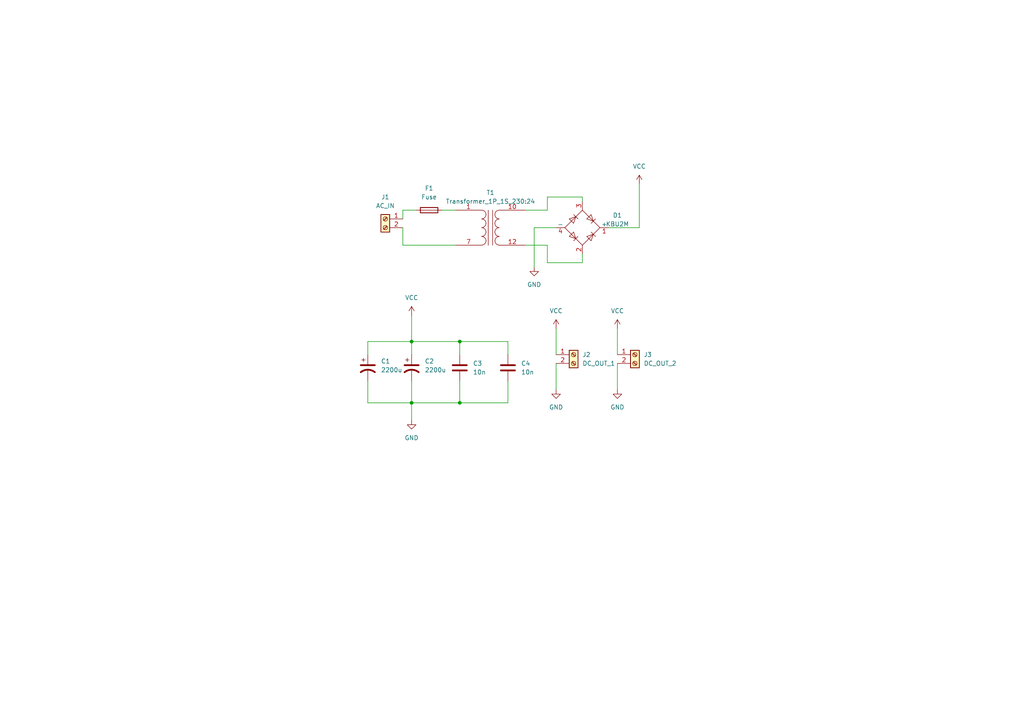
<source format=kicad_sch>
(kicad_sch (version 20211123) (generator eeschema)
  (paper "A4")
  (lib_symbols
    (symbol "Connector:Screw_Terminal_01x02" (pin_names (offset 1.016) hide)
      (property "Reference" "J" (at 0 2.54 0))
      (property "Value" "Screw_Terminal_01x02" (at 0 -5.08 0))
      (symbol "Screw_Terminal_01x02_1_1"
        (rectangle (start -1.27 1.27) (end 1.27 -3.81) (stroke (width 0.254)) (fill (type background)))
        (circle (center 0 -2.54) (radius 0.635) (stroke (width 0.1524)))
        (polyline (pts (xy -0.5334 -2.2098) (xy 0.3302 -3.048)) (stroke (width 0.1524)))
        (polyline (pts (xy -0.5334 0.3302) (xy 0.3302 -0.508)) (stroke (width 0.1524)))
        (polyline (pts (xy -0.3556 -2.032) (xy 0.508 -2.8702)) (stroke (width 0.1524)))
        (polyline (pts (xy -0.3556 0.508) (xy 0.508 -0.3302)) (stroke (width 0.1524)))
        (circle (center 0 0) (radius 0.635) (stroke (width 0.1524)))
        (pin passive line (at -5.08 0 0) (length 3.81) (name "Pin_1") (number "1"))
        (pin passive line (at -5.08 -2.54 0) (length 3.81) (name "Pin_2") (number "2"))
      )
    )
    (symbol "Device:C" (pin_numbers hide) (pin_names (offset 0.254))
      (property "Reference" "C" (at 0.635 2.54 0))
      (property "Value" "C" (at 0.635 -2.54 0))
      (symbol "C_0_1"
        (polyline (pts (xy -2.032 -0.762) (xy 2.032 -0.762)) (stroke (width 0.508)))
        (polyline (pts (xy -2.032 0.762) (xy 2.032 0.762)) (stroke (width 0.508)))
      )
      (symbol "C_1_1"
        (pin passive line (at 0 3.81 270) (length 2.794) (name "~") (number "1"))
        (pin passive line (at 0 -3.81 90) (length 2.794) (name "~") (number "2"))
      )
    )
    (symbol "Device:C_Polarized_US" (pin_numbers hide) (pin_names (offset 0.254) hide)
      (property "Reference" "C" (at 0.635 2.54 0))
      (property "Value" "C_Polarized_US" (at 0.635 -2.54 0))
      (symbol "C_Polarized_US_0_1"
        (polyline (pts (xy -2.032 0.762) (xy 2.032 0.762)) (stroke (width 0.508)))
        (polyline (pts (xy -1.778 2.286) (xy -0.762 2.286)))
        (polyline (pts (xy -1.27 1.778) (xy -1.27 2.794)))
        (arc (start 2.032 -1.27) (mid 0 -0.5572) (end -2.032 -1.27) (stroke (width 0.508)))
      )
      (symbol "C_Polarized_US_1_1"
        (pin passive line (at 0 3.81 270) (length 2.794) (name "~") (number "1"))
        (pin passive line (at 0 -3.81 90) (length 3.302) (name "~") (number "2"))
      )
    )
    (symbol "Device:Fuse" (pin_numbers hide) (pin_names (offset 0))
      (property "Reference" "F" (at 2.032 0 90))
      (property "Value" "Fuse" (at -1.905 0 90))
      (symbol "Fuse_0_1"
        (rectangle (start -0.762 -2.54) (end 0.762 2.54) (stroke (width 0.254)))
        (polyline (pts (xy 0 2.54) (xy 0 -2.54)))
      )
      (symbol "Fuse_1_1"
        (pin passive line (at 0 3.81 270) (length 1.27) (name "~") (number "1"))
        (pin passive line (at 0 -3.81 90) (length 1.27) (name "~") (number "2"))
      )
    )
    (symbol "Device:Transformer_1P_1S" (pin_names (offset 1.016) hide)
      (property "Reference" "T1" (at 0.0127 10.16 0))
      (property "Value" "Transformer_1P_1S_230:24" (at 0.0127 7.62 0))
      (symbol "Transformer_1P_1S_0_1"
        (arc (start -2.54 -5.0546) (mid -1.6561 -4.6863) (end -1.27 -3.81))
        (arc (start -2.54 -2.5146) (mid -1.6561 -2.1463) (end -1.27 -1.27))
        (arc (start -2.54 0.0254) (mid -1.6561 0.3937) (end -1.27 1.27))
        (arc (start -2.54 2.5654) (mid -1.6561 2.9337) (end -1.27 3.81))
        (arc (start -1.27 -3.81) (mid -1.642 -2.912) (end -2.54 -2.54))
        (arc (start -1.27 -1.27) (mid -1.642 -0.372) (end -2.54 0))
        (arc (start -1.27 1.27) (mid -1.642 2.168) (end -2.54 2.54))
        (arc (start -1.27 3.81) (mid -1.642 4.708) (end -2.54 5.08))
        (polyline (pts (xy -0.635 5.08) (xy -0.635 -5.08)))
        (polyline (pts (xy 0.635 -5.08) (xy 0.635 5.08)))
        (arc (start 1.2954 -1.27) (mid 1.6599 -2.1501) (end 2.54 -2.5146))
        (arc (start 1.2954 1.27) (mid 1.6599 0.3899) (end 2.54 0.0254))
        (arc (start 1.2954 3.81) (mid 1.6599 2.9299) (end 2.54 2.5654))
        (arc (start 1.3208 -3.81) (mid 1.6853 -4.6901) (end 2.5654 -5.0546))
        (arc (start 2.54 0) (mid 1.6456 -0.3683) (end 1.2954 -1.27))
        (arc (start 2.54 2.54) (mid 1.6456 2.1717) (end 1.2954 1.27))
        (arc (start 2.54 5.08) (mid 1.6456 4.7117) (end 1.2954 3.81))
        (arc (start 2.5654 -2.54) (mid 1.671 -2.9083) (end 1.3208 -3.81))
      )
      (symbol "Transformer_1P_1S_1_1"
        (pin passive line (at -10.16 5.08 0) (length 7.62) (name "AA") (number "1"))
        (pin passive line (at 10.16 5.08 180) (length 7.62) (name "SB") (number "10"))
        (pin passive line (at 10.16 -5.08 180) (length 7.62) (name "SA") (number "12"))
        (pin passive line (at -10.16 -5.08 0) (length 7.62) (name "AB") (number "7"))
      )
    )
    (symbol "Diode_Bridge:KBU4M" (pin_names (offset 0))
      (property "Reference" "D" (at 2.54 6.985 0))
      (property "Value" "KBU4M" (at 2.54 5.08 0))
      (symbol "KBU4M_0_1"
        (polyline (pts (xy -2.54 3.81) (xy -1.27 2.54)))
        (polyline (pts (xy -1.27 -2.54) (xy -2.54 -3.81)))
        (polyline (pts (xy 2.54 -1.27) (xy 3.81 -2.54)))
        (polyline (pts (xy 2.54 1.27) (xy 3.81 2.54)))
        (polyline (pts (xy -3.81 2.54) (xy -2.54 1.27) (xy -1.905 3.175) (xy -3.81 2.54)))
        (polyline (pts (xy -2.54 -1.27) (xy -3.81 -2.54) (xy -1.905 -3.175) (xy -2.54 -1.27)))
        (polyline (pts (xy 1.27 2.54) (xy 2.54 3.81) (xy 3.175 1.905) (xy 1.27 2.54)))
        (polyline (pts (xy 3.175 -1.905) (xy 1.27 -2.54) (xy 2.54 -3.81) (xy 3.175 -1.905)))
        (polyline (pts (xy -5.08 0) (xy 0 -5.08) (xy 5.08 0) (xy 0 5.08) (xy -5.08 0)))
      )
      (symbol "KBU4M_1_1"
        (pin passive line (at 7.62 0 180) (length 2.54) (name "+") (number "1"))
        (pin passive line (at 0 -7.62 90) (length 2.54) (name "~") (number "2"))
        (pin passive line (at 0 7.62 270) (length 2.54) (name "~") (number "3"))
        (pin passive line (at -7.62 0 0) (length 2.54) (name "-") (number "4"))
      )
    )
    (symbol "power:GND" (power) (pin_names (offset 0))
      (property "Value" "GND" (at 0 -3.81 0))
      (symbol "GND_0_1"
        (polyline (pts (xy 0 0) (xy 0 -1.27) (xy 1.27 -1.27) (xy 0 -2.54) (xy -1.27 -1.27) (xy 0 -1.27)))
      )
      (symbol "GND_1_1"
        (pin power_in line (at 0 0 270) (length 0) hide (name "GND") (number "1"))
      )
    )
    (symbol "power:VCC" (power) (pin_names (offset 0))
      (property "Value" "VCC" (at 0 3.81 0))
      (symbol "VCC_0_1"
        (polyline (pts (xy -0.762 1.27) (xy 0 2.54)))
        (polyline (pts (xy 0 0) (xy 0 2.54)))
        (polyline (pts (xy 0 2.54) (xy 0.762 1.27)))
      )
      (symbol "VCC_1_1"
        (pin power_in line (at 0 0 90) (length 0) hide (name "VCC") (number "1"))
      )
    )
  )
  (junction (at 133.35 116.84))
  (junction (at 119.38 99.06))
  (junction (at 119.38 116.84))
  (junction (at 133.35 99.06))
  (wire (pts (xy 119.38 110.49) (xy 119.38 116.84)))
  (wire (pts (xy 152.4 60.96) (xy 158.75 60.96)))
  (wire (pts (xy 133.35 99.06) (xy 133.35 102.87)))
  (wire (pts (xy 128.27 60.96) (xy 132.08 60.96)))
  (wire (pts (xy 161.29 66.04) (xy 154.94 66.04)))
  (wire (pts (xy 168.91 73.66) (xy 168.91 76.2)))
  (wire (pts (xy 116.84 66.04) (xy 116.84 71.12)))
  (wire (pts (xy 158.75 76.2) (xy 168.91 76.2)))
  (wire (pts (xy 179.07 105.41) (xy 179.07 113.03)))
  (wire (pts (xy 119.38 116.84) (xy 133.35 116.84)))
  (wire (pts (xy 152.4 71.12) (xy 158.75 71.12)))
  (wire (pts (xy 158.75 60.96) (xy 158.75 57.15)))
  (wire (pts (xy 133.35 116.84) (xy 147.32 116.84)))
  (wire (pts (xy 116.84 63.5) (xy 116.84 60.96)))
  (wire (pts (xy 168.91 57.15) (xy 168.91 58.42)))
  (wire (pts (xy 133.35 110.49) (xy 133.35 116.84)))
  (wire (pts (xy 154.94 66.04) (xy 154.94 77.47)))
  (wire (pts (xy 133.35 99.06) (xy 147.32 99.06)))
  (wire (pts (xy 116.84 60.96) (xy 120.65 60.96)))
  (wire (pts (xy 106.68 116.84) (xy 119.38 116.84)))
  (wire (pts (xy 119.38 116.84) (xy 119.38 121.92)))
  (wire (pts (xy 119.38 99.06) (xy 133.35 99.06)))
  (wire (pts (xy 158.75 71.12) (xy 158.75 76.2)))
  (wire (pts (xy 161.29 105.41) (xy 161.29 113.03)))
  (wire (pts (xy 147.32 99.06) (xy 147.32 102.87)))
  (wire (pts (xy 185.42 53.34) (xy 185.42 66.04)))
  (wire (pts (xy 161.29 95.25) (xy 161.29 102.87)))
  (wire (pts (xy 176.53 66.04) (xy 185.42 66.04)))
  (wire (pts (xy 158.75 57.15) (xy 168.91 57.15)))
  (wire (pts (xy 147.32 110.49) (xy 147.32 116.84)))
  (wire (pts (xy 106.68 99.06) (xy 119.38 99.06)))
  (wire (pts (xy 179.07 95.25) (xy 179.07 102.87)))
  (wire (pts (xy 119.38 91.44) (xy 119.38 99.06)))
  (wire (pts (xy 106.68 102.87) (xy 106.68 99.06)))
  (wire (pts (xy 119.38 102.87) (xy 119.38 99.06)))
  (wire (pts (xy 116.84 71.12) (xy 132.08 71.12)))
  (wire (pts (xy 106.68 110.49) (xy 106.68 116.84)))
  (symbol (lib_id "power:GND") (at 179.07 113.03 0) (unit 1)
    (property "Reference" "#PWR07" (effects hide))
    (property "Value" "GND" (at 179.07 118.11 0))
  )
  (symbol (lib_id "power:GND") (at 119.38 121.92 0) (unit 1)
    (property "Reference" "#PWR02" (effects hide))
    (property "Value" "GND" (at 119.38 127 0))
  )
  (symbol (lib_id "power:VCC") (at 179.07 95.25 0) (unit 1)
    (property "Reference" "#PWR06" (effects hide))
    (property "Value" "VCC" (at 179.07 90.17 0))
  )
  (symbol (lib_id "Device:Transformer_1P_1S") (at 142.24 66.04 0) (unit 1)
    (property "Reference" "T1" (at 142.2527 55.88 0))
    (property "Value" "Transformer_1P_1S_230:24" (at 142.2527 58.42 0))
    (property "Footprint" "Transformer_THT:Transformer_CHK_EI54-16VA_1xSec" (effects hide))
  )
  (symbol (lib_id "Diode_Bridge:KBU4M") (at 168.91 66.04 0) (unit 1)
    (property "Reference" "D1" (at 179.07 62.4586 0))
    (property "Value" "KBU2M" (at 179.07 64.9986 0))
    (property "Footprint" "Diode_THT:Diode_Bridge_32.0x5.6x17.0mm_P10.0mm_P7.5mm" (effects hide))
    (property "Datasheet" "http://www.vishay.com/docs/88656/kbu4.pdf" (effects hide))
  )
  (symbol (lib_id "Device:C") (at 133.35 106.68 0) (unit 1)
    (property "Reference" "C3" (at 137.16 105.4099 0) (effects (justify left)))
    (property "Value" "10n" (at 137.16 107.9499 0) (effects (justify left)))
    (property "Footprint" "Capacitor_THT:C_Disc_D5.1mm_W3.2mm_P5.00mm" (effects hide))
  )
  (symbol (lib_id "Device:Fuse") (at 124.46 60.96 90) (unit 1)
    (property "Reference" "F1" (at 124.46 54.61 90))
    (property "Value" "Fuse" (at 124.46 57.15 90))
    (property "Footprint" "Fuse:Fuseholder_Cylinder-5x20mm_Schurter_0031_8201_Horizontal_Open" (effects hide))
  )
  (symbol (lib_id "Device:C") (at 147.32 106.68 0) (unit 1)
    (property "Reference" "C4" (at 151.13 105.4099 0) (effects (justify left)))
    (property "Value" "10n" (at 151.13 107.9499 0) (effects (justify left)))
    (property "Footprint" "Capacitor_THT:C_Disc_D5.1mm_W3.2mm_P5.00mm" (effects hide))
  )
  (symbol (lib_id "power:VCC") (at 161.29 95.25 0) (unit 1)
    (property "Reference" "#PWR04" (effects hide))
    (property "Value" "VCC" (at 161.29 90.17 0))
  )
  (symbol (lib_id "Device:C_Polarized_US") (at 106.68 106.68 0) (unit 1)
    (property "Reference" "C1" (at 110.49 104.7749 0) (effects (justify left)))
    (property "Value" "2200u" (at 110.49 107.3149 0) (effects (justify left)))
    (property "Footprint" "Capacitor_THT:CP_Radial_D16.0mm_P7.50mm" (effects hide))
  )
  (symbol (lib_id "power:GND") (at 154.94 77.47 0) (unit 1)
    (property "Reference" "#PWR03" (effects hide))
    (property "Value" "GND" (at 154.94 82.55 0))
  )
  (symbol (lib_id "Connector:Screw_Terminal_01x02") (at 166.37 102.87 0) (unit 1)
    (property "Reference" "J2" (at 168.91 102.8699 0) (effects (justify left)))
    (property "Value" "DC_OUT_1" (at 168.91 105.4099 0) (effects (justify left)))
    (property "Footprint" "TerminalBlock_MetzConnect:TerminalBlock_MetzConnect_Type101_RT01602HBWC_1x02_P5.08mm_Horizontal" (effects hide))
  )
  (symbol (lib_id "power:VCC") (at 119.38 91.44 0) (unit 1)
    (property "Reference" "#PWR01" (effects hide))
    (property "Value" "VCC" (at 119.38 86.36 0))
  )
  (symbol (lib_id "Device:C_Polarized_US") (at 119.38 106.68 0) (unit 1)
    (property "Reference" "C2" (at 123.19 104.7749 0) (effects (justify left)))
    (property "Value" "2200u" (at 123.19 107.3149 0) (effects (justify left)))
    (property "Footprint" "Capacitor_THT:CP_Radial_D16.0mm_P7.50mm" (effects hide))
  )
  (symbol (lib_id "power:GND") (at 161.29 113.03 0) (unit 1)
    (property "Reference" "#PWR05" (effects hide))
    (property "Value" "GND" (at 161.29 118.11 0))
  )
  (symbol (lib_id "Connector:Screw_Terminal_01x02") (at 111.76 63.5 0) (mirror y) (unit 1)
    (property "Reference" "J1" (at 111.76 57.15 0))
    (property "Value" "AC_IN" (at 111.76 59.69 0))
    (property "Footprint" "TerminalBlock_MetzConnect:TerminalBlock_MetzConnect_Type175_RT02702HBLC_1x02_P7.50mm_Horizontal" (effects hide))
  )
  (symbol (lib_id "Connector:Screw_Terminal_01x02") (at 184.15 102.87 0) (unit 1)
    (property "Reference" "J3" (at 186.69 102.8699 0) (effects (justify left)))
    (property "Value" "DC_OUT_2" (at 186.69 105.4099 0) (effects (justify left)))
    (property "Footprint" "TerminalBlock_MetzConnect:TerminalBlock_MetzConnect_Type101_RT01602HBWC_1x02_P5.08mm_Horizontal" (effects hide))
  )
  (symbol (lib_id "power:VCC") (at 185.42 53.34 0) (unit 1)
    (property "Reference" "#PWR08" (effects hide))
    (property "Value" "VCC" (at 185.42 48.26 0))
  )
)
</source>
